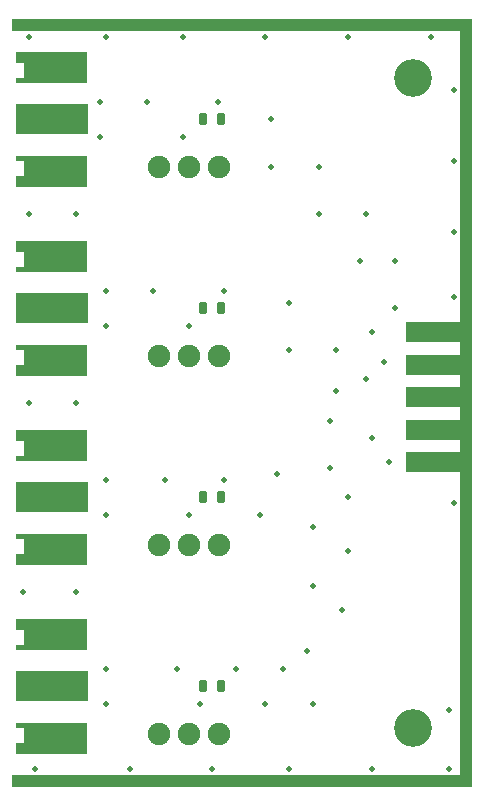
<source format=gts>
%FSLAX46Y46*%
%MOMM*%
%AMPS14*
1,1,1.900000,0.000000,0.000000*
%
%ADD14PS14*%
%AMPS15*
21,1,1.700000,5.200000,0.000000,0.000000,270.000000*
%
%ADD15PS15*%
%AMPS17*
1,1,0.500000,0.000000,0.000000*
%
%ADD17PS17*%
%AMPS11*
4,1,8,
-5.942000,2.513000,
-5.942000,1.614500,
-5.230800,1.614500,
-5.230800,0.354000,
-5.942000,0.354000,
-5.942000,-0.100000,
0.100000,-0.100000,
0.100000,2.513000,
-5.942000,2.513000,
0*
%
%ADD11PS11*%
%AMPS13*
21,1,2.490000,6.040000,0.000000,0.000000,90.000000*
%
%ADD13PS13*%
%AMPS10*
1,1,3.200000,0.000000,0.000000*
%
%ADD10PS10*%
%AMPS16*
1,1,0.440000,0.130000,-0.330000*
1,1,0.440000,-0.130000,0.330000*
1,1,0.440000,-0.130000,-0.330000*
1,1,0.440000,0.130000,0.330000*
21,1,0.700000,0.660000,0.000000,0.000000,180.000000*
21,1,0.260000,1.100000,0.000000,0.000000,180.000000*
%
%ADD16PS16*%
%AMPS12*
4,1,8,
-5.942000,0.100000,
-5.942000,-0.354000,
-5.230800,-0.354000,
-5.230800,-1.614500,
-5.942000,-1.614500,
-5.942000,-2.513000,
0.100000,-2.513000,
0.100000,0.100000,
-5.942000,0.100000,
0*
%
%ADD12PS12*%
G01*
%LPD*%
G36*
X0Y-1000000D02*
X0Y0D01*
X39000000Y0D01*
X39000000Y-65000000D01*
X0Y-65000000D01*
X0Y-64000000D01*
X38000000Y-64000000D01*
X38000000Y-1000000D01*
X0Y-1000000D01*
D02*
G37*
G01*
%LPD*%
G75*
D10*
X34000000Y-5000000D03*
D10*
X34000000Y-60000000D03*
D11*
X6342000Y-21325000D03*
D12*
X6342000Y-27675000D03*
D13*
X3420000Y-24500000D03*
D11*
X6342000Y-5325000D03*
D12*
X6342000Y-11675000D03*
D13*
X3420000Y-8500000D03*
D14*
X12460000Y-60500000D03*
D14*
X15000000Y-60500000D03*
D14*
X17540000Y-60500000D03*
D15*
X36000000Y-32000000D03*
D15*
X36000000Y-29250000D03*
D15*
X36000000Y-34750000D03*
D15*
X36000000Y-37500000D03*
D15*
X36000000Y-26500000D03*
D16*
X17750000Y-56500000D03*
D16*
X16250000Y-56500000D03*
D16*
X17750000Y-24500000D03*
D16*
X16250000Y-24500000D03*
D11*
X6342000Y-37325000D03*
D12*
X6342000Y-43675000D03*
D13*
X3420000Y-40500000D03*
D11*
X6342000Y-53325000D03*
D12*
X6342000Y-59675000D03*
D13*
X3420000Y-56500000D03*
D14*
X12460000Y-44500000D03*
D14*
X15000000Y-44500000D03*
D14*
X17540000Y-44500000D03*
D14*
X12460000Y-28500000D03*
D14*
X15000000Y-28500000D03*
D14*
X17540000Y-28500000D03*
D16*
X17750000Y-8500000D03*
D16*
X16250000Y-8500000D03*
D16*
X17750000Y-40500000D03*
D16*
X16250000Y-40500000D03*
D14*
X12460000Y-12500000D03*
D14*
X15000000Y-12500000D03*
D14*
X17540000Y-12500000D03*
D17*
X14500000Y-10000000D03*
D17*
X8000000Y-39000000D03*
D17*
X22000000Y-8500000D03*
D17*
X28500000Y-1500000D03*
D17*
X37500000Y-23500000D03*
D17*
X30500000Y-26500000D03*
D17*
X2000000Y-63500000D03*
D17*
X22500000Y-38500000D03*
D17*
X35500000Y-1500000D03*
D17*
X10000000Y-63500000D03*
D17*
X5500000Y-16500000D03*
D17*
X27000000Y-38000000D03*
D17*
X25500000Y-43000000D03*
D17*
X7500000Y-7000000D03*
D17*
X30500000Y-35500000D03*
D17*
X14500000Y-1500000D03*
D17*
X8000000Y-42000000D03*
D17*
X8000000Y-58000000D03*
D17*
X13000000Y-39000000D03*
D17*
X23500000Y-28000000D03*
D17*
X8000000Y-55000000D03*
D17*
X23500000Y-63500000D03*
D17*
X19000000Y-55000000D03*
D17*
X21500000Y-1500000D03*
D17*
X16000000Y-58000000D03*
D17*
X37000000Y-63500000D03*
D17*
X21000000Y-42000000D03*
D17*
X26000000Y-12500000D03*
D17*
X32000000Y-37500000D03*
D17*
X15000000Y-26000000D03*
D17*
X22000000Y-12500000D03*
D17*
X15000000Y-42000000D03*
D17*
X37500000Y-18000000D03*
D17*
X1000000Y-48500000D03*
D17*
X14000000Y-55000000D03*
D17*
X28000000Y-50000000D03*
D17*
X32500000Y-20500000D03*
D17*
X1500000Y-16500000D03*
D17*
X31500000Y-29000000D03*
D17*
X12000000Y-23000000D03*
D17*
X37000000Y-58500000D03*
D17*
X30000000Y-30500000D03*
D17*
X25000000Y-53500000D03*
D17*
X11500000Y-7000000D03*
D17*
X37500000Y-6000000D03*
D17*
X37500000Y-12000000D03*
D17*
X23000000Y-55000000D03*
D17*
X25500000Y-58000000D03*
D17*
X8000000Y-26000000D03*
D17*
X18000000Y-23000000D03*
D17*
X8000000Y-1500000D03*
D17*
X23500000Y-24000000D03*
D17*
X30500000Y-63500000D03*
D17*
X17500000Y-7000000D03*
D17*
X32500000Y-24500000D03*
D17*
X18000000Y-39000000D03*
D17*
X27000000Y-34000000D03*
D17*
X1500000Y-1500000D03*
D17*
X25500000Y-48000000D03*
D17*
X28500000Y-40500000D03*
D17*
X17000000Y-63500000D03*
D17*
X28500000Y-45000000D03*
D17*
X21500000Y-58000000D03*
D17*
X5500000Y-32500000D03*
D17*
X5500000Y-48500000D03*
D17*
X29500000Y-20500000D03*
D17*
X37500000Y-41000000D03*
D17*
X30000000Y-16500000D03*
D17*
X7500000Y-10000000D03*
D17*
X27500000Y-31500000D03*
D17*
X26000000Y-16500000D03*
D17*
X27500000Y-28000000D03*
D17*
X8000000Y-23000000D03*
D17*
X1500000Y-32500000D03*
M02*

</source>
